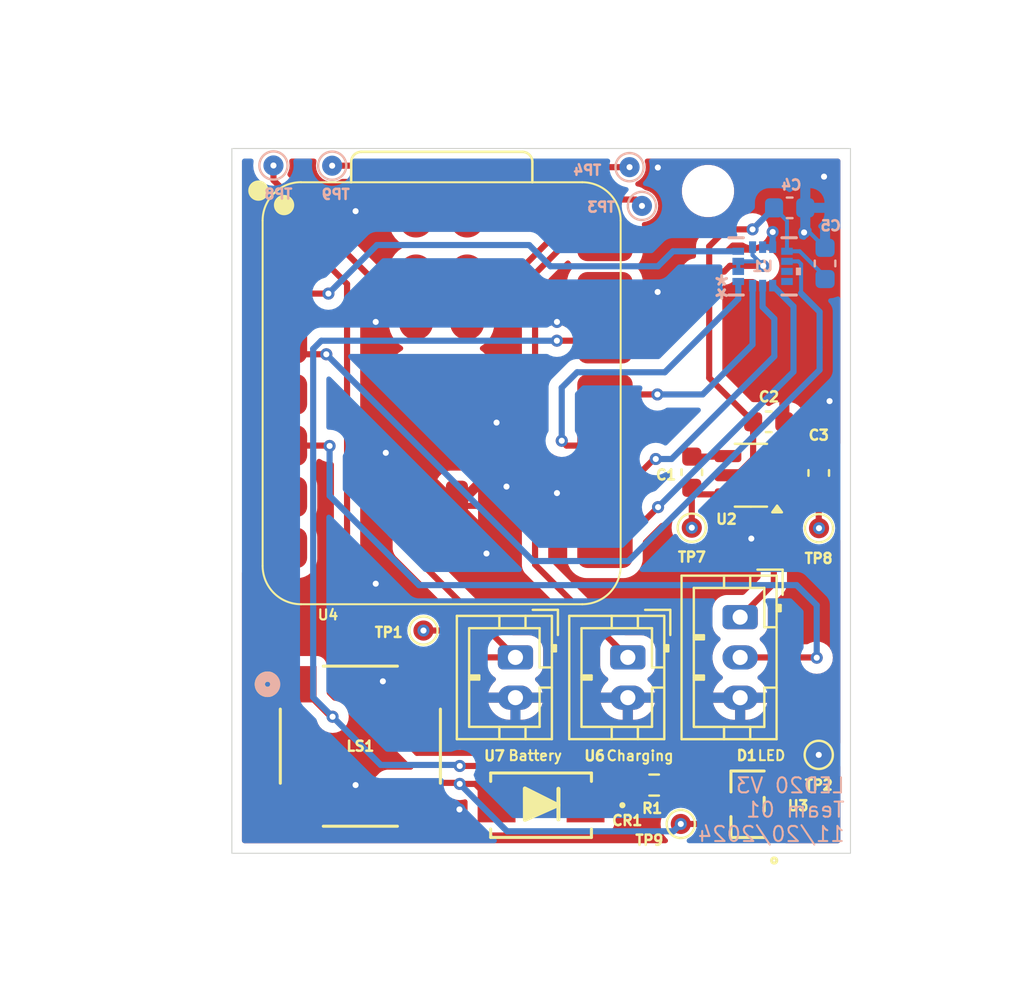
<source format=kicad_pcb>
(kicad_pcb (version 20240108) (generator "pcbnew") (generator_version "8.0")
  (title_block (title "LED20 Updated Schematic") (date "2024-11-12") (rev "2") (company "Team 01") (comment 1 "PCB Layout of LED20 "))
  (layers (0 "F.Cu" signal) (31 "B.Cu" signal) (34 "B.Paste" user) (35 "F.Paste" user) (36 "B.SilkS" user "B.Silkscreen") (37 "F.SilkS" user "F.Silkscreen") (38 "B.Mask" user) (39 "F.Mask" user) (44 "Edge.Cuts" user))
  (net 0 "")
  (net 1 "Net-(U2-C+)")
  (net 2 "Net-(U2-C-)")
  (net 3 "GND")
  (net 4 "3.3V")
  (net 5 "+5V")
  (net 6 "3.3V Data (D4)")
  (net 7 "VBATT")
  (net 8 "Net-(U1-SDA)")
  (net 9 "Net-(U1-SDO{slash}SA0)")
  (net 10 "Net-(U1-SCL)")
  (net 11 "Net-(U1-CS)")
  (net 12 "Net-(U1-INT2)")
  (net 13 "Net-(U1-INT1)")
  (net 18 "+5V IN")
  (net 20 "Net-(U4-LP_GPIO0{slash}GPIO0{slash}A0{slash}D0)")
  (net 21 "Net-(U3-COLLECTOR)")
  (net 22 "unconnected-(TP6-Pad1)")
  (net 23 "Net-(U3-BASE)")
  (net 24 "unconnected-(TP3-Pad1)")
  (net 25 "unconnected-(TP4-Pad1)")
  (net 26 "unconnected-(TP5-Pad1)")
  (net 27 "unconnected-(U4-EN-Pad19)")
  (footprint "TestPoint:TestPoint_Pad_D1.0mm" (layer "F.Cu") (at 160.6375 93.45 -90)
    (property "Reference" "TP2" (at 1.5 0 180) (layer "F.SilkS") (effects (font (size 0.5 0.5) (thickness 0.125))))
    (property "Value" "~")
    (pad "1" smd circle (at 0 0 270) (size 1 1) (layers "F.Cu" "F.Mask") (net 3 "GND"))
  )
  (footprint "Led20:ChargePump" (layer "F.Cu") (at 157.268761 79.56416 180)
    (property "Reference" "U2" (at 1.214662 -2.182825 0) (layer "F.SilkS") (effects (font (size 0.5 0.5) (thickness 0.125))))
    (property "Value" "~")
    (pad "1" smd roundrect (at -1.1375 -0.95 180) (size 1.325 0.6) (layers "F.Cu" "F.Paste" "F.Mask") (net 5 "+5V"))
    (pad "2" smd roundrect (at -1.1375 0 180) (size 1.325 0.6) (layers "F.Cu" "F.Paste" "F.Mask") (net 3 "GND"))
    (pad "3" smd roundrect (at -1.1375 0.95 180) (size 1.325 0.6) (layers "F.Cu" "F.Paste" "F.Mask") (net 4 "3.3V"))
    (pad "4" smd roundrect (at 1.1375 0.95 180) (size 1.325 0.6) (layers "F.Cu" "F.Paste" "F.Mask") (net 2 "Net-(U2-C-)"))
    (pad "5" smd roundrect (at 1.1375 0 180) (size 1.325 0.6) (layers "F.Cu" "F.Paste" "F.Mask") (net 4 "3.3V"))
    (pad "6" smd roundrect (at 1.1375 -0.95 180) (size 1.325 0.6) (layers "F.Cu" "F.Paste" "F.Mask") (net 1 "Net-(U2-C+)"))
  )
  (footprint "Connector_JST:JST_PH_B2B-PH-K_1x02_P2.00mm_Vertical" (layer "F.Cu") (at 151.155921 88.608331 -90)
    (property "Reference" "U6" (at 4.890927 1.646555 0) (layer "F.SilkS") (effects (font (size 0.5 0.5) (thickness 0.125))))
    (property "Value" "B2B-PH-K-S" (hide yes))
    (pad "1" thru_hole roundrect (at 0 0 270) (size 1.2 1.75) (drill 0.75) (layers "*.Cu" "*.Mask") (roundrect_rratio 0.208333) (net 18 "+5V IN"))
    (pad "2" thru_hole oval (at 2 0 270) (size 1.2 1.75) (drill 0.75) (layers "*.Cu" "*.Mask") (net 3 "GND"))
  )
  (footprint "Connector_JST:JST_PH_B3B-PH-K_1x03_P2.00mm_Vertical" (layer "F.Cu") (at 156.733847 86.611446 -90)
    (property "Reference" "D1" (at 6.870307 -0.328932 0) (layer "F.SilkS") (effects (font (size 0.5 0.5) (thickness 0.125))))
    (property "Value" "SK6812MINI")
    (pad "1" thru_hole roundrect (at 0 0 270) (size 1.2 1.75) (drill 0.75) (layers "*.Cu" "*.Mask") (roundrect_rratio 0.208333) (net 5 "+5V"))
    (pad "2" thru_hole oval (at 2 0 270) (size 1.2 1.75) (drill 0.75) (layers "*.Cu" "*.Mask") (net 6 "3.3V Data (D4)"))
    (pad "3" thru_hole oval (at 4 0 270) (size 1.2 1.75) (drill 0.75) (layers "*.Cu" "*.Mask") (net 3 "GND"))
  )
  (footprint "Capacitor_SMD:C_0603_1608Metric" (layer "F.Cu") (at 160.6375 79.45 -90)
    (property "Reference" "C3" (at -1.875044 0.000005 0) (layer "F.SilkS") (effects (font (size 0.5 0.5) (thickness 0.125))))
    (property "Value" "10u")
    (pad "1" smd roundrect (at -0.775 0 270) (size 0.9 0.95) (layers "F.Cu" "F.Paste" "F.Mask") (net 3 "GND"))
    (pad "2" smd roundrect (at 0.775 0 270) (size 0.9 0.95) (layers "F.Cu" "F.Paste" "F.Mask") (net 5 "+5V"))
  )
  (footprint "Footprints:SMA_403AE_OSI" (layer "F.Cu") (at 146.8473 95.95 180)
    (property "Reference" "CR1" (at -4.279575 -0.761714 0) (layer "F.SilkS") (effects (font (size 0.5 0.5) (thickness 0.125) (bold yes))))
    (property "Value" "S1B")
    (pad "1" smd rect (at -2.2098 0 180) (size 1.8796 1.7018) (layers "F.Cu" "F.Paste" "F.Mask") (net 4 "3.3V"))
    (pad "2" smd rect (at 2.2098 0 180) (size 1.8796 1.7018) (layers "F.Cu" "F.Paste" "F.Mask") (net 21 "Net-(U3-COLLECTOR)"))
    (zone (net 0) (net_name "") (layer "F.Cu") (connect_pads (clearance 0)) (min_thickness 0.254)
      (keepout (tracks not_allowed) (vias not_allowed) (pads allowed) (copperpour not_allowed) (footprints allowed))
      (fill (thermal_gap 0.508) (thermal_bridge_width 0.508))
      (polygon (pts (xy 148.0665 97.3724) (xy 145.6281 97.3724) (xy 145.6281 94.5276) (xy 148.0665 94.5276)))
    )
  )
  (footprint "Led20:XIAO-ESP32-C6-SMD" (layer "F.Cu") (at 142.1375 75.53)
    (property "Reference" "U4" (at -6.44196 11.261619 0) (layer "F.SilkS") (effects (font (size 0.5 0.5) (thickness 0.10668)) (justify left bottom)))
    (property "Value" "~")
    (pad "1" smd roundrect (at -8.2816 -7.5985) (size 2.75 2) (layers "F.Cu" "F.Paste" "F.Mask") (net 20 "Net-(U4-LP_GPIO0{slash}GPIO0{slash}A0{slash}D0)"))
    (pad "2" smd roundrect (at -8.2816 -5.0585) (size 2.75 2) (layers "F.Cu" "F.Paste" "F.Mask") (net 13 "Net-(U1-INT1)"))
    (pad "3" smd roundrect (at -8.2816 -2.5185) (size 2.75 2) (layers "F.Cu" "F.Paste" "F.Mask") (net 12 "Net-(U1-INT2)"))
    (pad "4" smd roundrect (at -8.2816 0.0215) (size 2.75 2) (layers "F.Cu" "F.Paste" "F.Mask"))
    (pad "5" smd roundrect (at -8.2816 2.5615) (size 2.75 2) (layers "F.Cu" "F.Paste" "F.Mask") (net 6 "3.3V Data (D4)"))
    (pad "6" smd roundrect (at -8.2816 5.1015) (size 2.75 2) (layers "F.Cu" "F.Paste" "F.Mask"))
    (pad "7" smd roundrect (at -8.2816 7.6415) (size 2.75 2) (layers "F.Cu" "F.Paste" "F.Mask"))
    (pad "8" smd roundrect (at 7.8834 7.6415) (size 2.75 2) (layers "F.Cu" "F.Paste" "F.Mask") (net 11 "Net-(U1-CS)"))
    (pad "9" smd roundrect (at 7.8834 5.1015) (size 2.75 2) (layers "F.Cu" "F.Paste" "F.Mask") (net 10 "Net-(U1-SCL)"))
    (pad "10" smd roundrect (at 7.8834 2.5615) (size 2.75 2) (layers "F.Cu" "F.Paste" "F.Mask") (net 9 "Net-(U1-SDO{slash}SA0)"))
    (pad "11" smd roundrect (at 7.8834 0.0215) (size 2.75 2) (layers "F.Cu" "F.Paste" "F.Mask") (net 8 "Net-(U1-SDA)"))
    (pad "12" smd roundrect (at 7.8834 -2.5185) (size 2.75 2) (layers "F.Cu" "F.Paste" "F.Mask") (net 4 "3.3V"))
    (pad "13" smd roundrect (at 7.8834 -5.0585) (size 2.75 2) (layers "F.Cu" "F.Paste" "F.Mask") (net 3 "GND"))
    (pad "14" smd roundrect (at 7.8834 -7.5985) (size 2.75 2) (layers "F.Cu" "F.Paste" "F.Mask") (net 18 "+5V IN"))
    (pad "15" smd roundrect (at -2.008 5.5532 270) (size 2.5 1.1) (layers "F.Cu" "F.Paste" "F.Mask") (net 7 "VBATT"))
    (pad "16" smd roundrect (at 0.532 5.5532 270) (size 2.5 1.1) (layers "F.Cu" "F.Paste" "F.Mask") (net 3 "GND"))
    (pad "17" smd circle (at -1.5 -8.62) (size 1.7 1.7) (layers "F.Cu" "F.Paste" "F.Mask") (net 22 "unconnected-(TP6-Pad1)"))
    (pad "18" smd circle (at 1.04 -8.62) (size 1.7 1.7) (layers "F.Cu" "F.Paste" "F.Mask") (net 25 "unconnected-(TP4-Pad1)"))
    (pad "19" smd circle (at -1.5 -6.08) (size 1.7 1.7) (layers "F.Cu" "F.Paste" "F.Mask") (net 27 "unconnected-(U4-EN-Pad19)"))
    (pad "20" smd circle (at 1.04 -6.08) (size 1.7 1.7) (layers "F.Cu" "F.Paste" "F.Mask"))
    (pad "21" smd circle (at -1.5 -3.54) (size 1.7 1.7) (layers "F.Cu" "F.Paste" "F.Mask") (net 26 "unconnected-(TP5-Pad1)"))
    (pad "22" smd circle (at 1.04 -3.54) (size 1.7 1.7) (layers "F.Cu" "F.Paste" "F.Mask") (net 24 "unconnected-(TP3-Pad1)"))
    (pad "23" smd circle (at -1.5 -1) (size 1.7 1.7) (layers "F.Cu" "F.Paste" "F.Mask"))
    (pad "24" smd circle (at 0.9474 -1.0568) (size 1.7 1.7) (layers "F.Cu" "F.Paste" "F.Mask"))
  )
  (footprint "TestPoint:TestPoint_Pad_D1.0mm" (layer "F.Cu") (at 153.786744 96.881073)
    (property "Reference" "TP9" (at -1.563081 0.805339 0) (layer "F.SilkS") (effects (font (size 0.5 0.5) (thickness 0.125) (bold yes))))
    (property "Value" "~")
    (pad "1" smd circle (at 0 0) (size 1 1) (layers "F.Cu" "F.Mask") (net 21 "Net-(U3-COLLECTOR)"))
  )
  (footprint "Capacitor_SMD:C_0603_1608Metric" (layer "F.Cu") (at 154.333037 79.414265 90)
    (property "Reference" "C1" (at -0.134148 -1.277947 180) (layer "F.SilkS") (effects (font (size 0.5 0.5) (thickness 0.125))))
    (property "Value" "1u")
    (pad "1" smd roundrect (at -0.775 0 90) (size 0.9 0.95) (layers "F.Cu" "F.Paste" "F.Mask") (net 1 "Net-(U2-C+)"))
    (pad "2" smd roundrect (at 0.775 0 90) (size 0.9 0.95) (layers "F.Cu" "F.Paste" "F.Mask") (net 2 "Net-(U2-C-)"))
  )
  (footprint "TestPoint:TestPoint_Pad_D1.0mm" (layer "F.Cu") (at 141.008275 87.276212 180)
    (property "Reference" "TP1" (at 1.722719 -0.091634 180) (layer "F.SilkS") (effects (font (size 0.5 0.5) (thickness 0.125))))
    (property "Value" "~")
    (pad "1" smd circle (at 0 0 180) (size 1 1) (layers "F.Cu" "F.Mask") (net 7 "VBATT"))
  )
  (footprint "Capacitor_SMD:C_0603_1608Metric" (layer "F.Cu") (at 158.153782 76.910052)
    (property "Reference" "C2" (at 0.009671 -1.237307 0) (layer "F.SilkS") (effects (font (size 0.5 0.5) (thickness 0.125))))
    (property "Value" "10u")
    (pad "1" smd roundrect (at -0.775 0) (size 0.9 0.95) (layers "F.Cu" "F.Paste" "F.Mask") (net 4 "3.3V"))
    (pad "2" smd roundrect (at 0.775 0) (size 0.9 0.95) (layers "F.Cu" "F.Paste" "F.Mask") (net 3 "GND"))
  )
  (footprint "TestPoint:TestPoint_Pad_D1.0mm" (layer "F.Cu") (at 154.333075 82.169007 180)
    (property "Reference" "TP7" (at -0.00489 -1.460173 0) (layer "F.SilkS") (effects (font (size 0.5 0.5) (thickness 0.125))))
    (property "Value" "~")
    (pad "1" smd circle (at 0 0 180) (size 1 1) (layers "F.Cu" "F.Mask") (net 1 "Net-(U2-C+)"))
  )
  (footprint "TestPoint:TestPoint_Pad_D1.0mm" (layer "F.Cu") (at 160.649673 82.192994 180)
    (property "Reference" "TP8" (at 0.018327 -1.502797 0) (layer "F.SilkS") (effects (font (size 0.5 0.5) (thickness 0.125))))
    (property "Value" "~")
    (pad "1" smd circle (at 0 0 180) (size 1 1) (layers "F.Cu" "F.Mask") (net 5 "+5V"))
  )
  (footprint "Led20:CMT-7525-80-SMT-TR_CUD" (layer "F.Cu") (at 137.874055 93.018829)
    (property "Reference" "LS1" (at 0 0 0) (layer "F.SilkS") (effects (font (size 0.5 0.5) (thickness 0.125) (bold yes))))
    (property "Value" "CMT-7525-80-SMT-TR" (hide yes))
    (pad "1" smd rect (at -3.075 -3.075) (size 1.8034 1.8034) (layers "F.Cu" "F.Paste" "F.Mask") (net 4 "3.3V"))
    (pad "2" smd rect (at -3.075 3.075) (size 1.8034 1.8034) (layers "F.Cu" "F.Paste" "F.Mask") (net 21 "Net-(U3-COLLECTOR)"))
    (pad "3" smd rect (at 3.075 -3.075) (size 1.8034 1.8034) (layers "F.Cu" "F.Paste" "F.Mask"))
    (pad "4" smd rect (at 3.075 3.075) (size 1.8034 1.8034) (layers "F.Cu" "F.Paste" "F.Mask"))
  )
  (footprint "Connector_JST:JST_PH_B2B-PH-K_1x02_P2.00mm_Vertical" (layer "F.Cu") (at 145.575412 88.608331 -90)
    (property "Reference" "U7" (at 4.890927 1.043304 0) (layer "F.SilkS") (effects (font (size 0.5 0.5) (thickness 0.125))))
    (property "Value" "B2B-PH-K-S" (hide yes))
    (pad "1" thru_hole roundrect (at 0 0 270) (size 1.2 1.75) (drill 0.75) (layers "*.Cu" "*.Mask") (roundrect_rratio 0.208333) (net 7 "VBATT"))
    (pad "2" thru_hole oval (at 2 0 270) (size 1.2 1.75) (drill 0.75) (layers "*.Cu" "*.Mask") (net 3 "GND"))
  )
  (footprint "Resistor_SMD:R_0603_1608Metric" (layer "F.Cu") (at 152.4625 94.95)
    (property "Reference" "R1" (at -0.097611 1.156952 0) (layer "F.SilkS") (effects (font (size 0.5 0.5) (thickness 0.125) (bold yes))))
    (property "Value" "180" (hide yes))
    (pad "1" smd roundrect (at -0.825 0) (size 0.8 0.95) (layers "F.Cu" "F.Paste" "F.Mask") (net 20 "Net-(U4-LP_GPIO0{slash}GPIO0{slash}A0{slash}D0)"))
    (pad "2" smd roundrect (at 0.825 0) (size 0.8 0.95) (layers "F.Cu" "F.Paste" "F.Mask") (net 23 "Net-(U3-BASE)"))
  )
  (footprint "Footprints:SOT-23_ONS" (layer "F.Cu") (at 157.1027 95.9025 90)
    (property "Reference" "U3" (at -0.073717 2.507058 0) (layer "F.SilkS") (effects (font (size 0.5 0.5) (thickness 0.125) (bold yes))))
    (property "Value" "MMBT4401LT1G" (hide yes))
    (pad "1" smd rect (at -0.9525 0.9652 90) (size 0.5588 1.4224) (layers "F.Cu" "F.Paste" "F.Mask") (net 23 "Net-(U3-BASE)"))
    (pad "2" smd rect (at 0.9525 0.9652 90) (size 0.5588 1.4224) (layers "F.Cu" "F.Paste" "F.Mask") (net 3 "GND"))
    (pad "3" smd rect (at 0 -0.9652 90) (size 0.5588 1.4224) (layers "F.Cu" "F.Paste" "F.Mask") (net 21 "Net-(U3-COLLECTOR)"))
  )
  (footprint "MountingHole:MountingHole_2.1mm" (layer "B.Cu") (at 155.1375 65.45 180)
    (property "Reference" "REF**" (hide yes))
    (property "Value" "MountingHole_2.1mm")
    (pad "" np_thru_hole circle (at 0 0 180) (size 2.1 2.1) (drill 2.1) (layers "*.Cu" "*.Mask"))
  )
  (footprint "TestPoint:TestPoint_Pad_D1.0mm" (layer "B.Cu") (at 133.558215 64.181695)
    (property "Reference" "TP5" (hide yes))
    (property "Value" "~")
    (pad "1" smd circle (at 0 0) (size 1 1) (layers "B.Cu" "B.Mask") (net 26 "unconnected-(TP5-Pad1)"))
  )
  (footprint "TestPoint:TestPoint_Pad_D1.0mm" (layer "B.Cu") (at 136.473277 64.192789)
    (property "Reference" "TP6" (hide yes))
    (property "Value" "~")
    (pad "1" smd circle (at 0 0) (size 1 1) (layers "B.Cu" "B.Mask") (net 22 "unconnected-(TP6-Pad1)"))
  )
  (footprint "Capacitor_SMD:C_0603_1608Metric" (layer "B.Cu") (at 160.950275 69.046751 -90)
    (property "Reference" "C5" (at -1.868965 -0.27908 0) (layer "B.SilkS") (effects (font (size 0.5 0.5) (thickness 0.125)) (justify mirror)))
    (property "Value" "100n")
    (pad "1" smd roundrect (at -0.775 0 270) (size 0.9 0.95) (layers "B.Cu" "B.Paste" "B.Mask") (net 3 "GND"))
    (pad "2" smd roundrect (at 0.775 0 270) (size 0.9 0.95) (layers "B.Cu" "B.Paste" "B.Mask") (net 4 "3.3V"))
  )
  (footprint "Led20:LGA-14L_2P5X3X0P83_STM-L" (layer "B.Cu") (at 157.849653 69.192352)
    (property "Reference" "U1" (at 0 0 0) (layer "B.SilkS") (effects (font (size 0.5 0.5) (thickness 0.125) (bold yes)) (justify mirror)))
    (property "Value" "~")
    (fp_text user "*" (at -2.032 1 0) (layer "B.SilkS") (effects (justify mirror)))
    (fp_text user "*" (at -2.032 1.0437 180) (layer "B.SilkS") (effects (justify mirror)))
    (pad "1" smd rect (at -1.2103 0.750001 270) (size 0.351536 0.57658) (layers "B.Cu" "B.Paste" "B.Mask") (net 9 "Net-(U1-SDO{slash}SA0)"))
    (pad "2" smd rect (at -1.2103 0.25 270) (size 0.351536 0.57658) (layers "B.Cu" "B.Paste" "B.Mask") (net 4 "3.3V"))
    (pad "3" smd rect (at -1.2103 -0.25 270) (size 0.351536 0.57658) (layers "B.Cu" "B.Paste" "B.Mask") (net 4 "3.3V"))
    (pad "4" smd rect (at -1.2103 -0.750001 270) (size 0.351536 0.57658) (layers "B.Cu" "B.Paste" "B.Mask") (net 13 "Net-(U1-INT1)"))
    (pad "5" smd rect (at -0.499999 -0.9563) (size 0.351536 0.57658) (layers "B.Cu" "B.Paste" "B.Mask") (net 4 "3.3V"))
    (pad "6" smd rect (at 0 -0.9563) (size 0.351536 0.57658) (layers "B.Cu" "B.Paste" "B.Mask") (net 3 "GND"))
    (pad "7" smd rect (at 0.499999 -0.9563) (size 0.351536 0.57658) (layers "B.Cu" "B.Paste" "B.Mask") (net 3 "GND"))
    (pad "8" smd rect (at 1.2103 -0.750001 270) (size 0.351536 0.57658) (layers "B.Cu" "B.Paste" "B.Mask") (net 4 "3.3V"))
    (pad "9" smd rect (at 1.2103 -0.25 270) (size 0.351536 0.57658) (layers "B.Cu" "B.Paste" "B.Mask") (net 12 "Net-(U1-INT2)"))
    (pad "10" smd rect (at 1.2103 0.25 270) (size 0.351536 0.57658) (layers "B.Cu" "B.Paste" "B.Mask"))
    (pad "11" smd rect (at 1.2103 0.750001 270) (size 0.351536 0.57658) (layers "B.Cu" "B.Paste" "B.Mask"))
    (pad "12" smd rect (at 0.499999 0.9563) (size 0.351536 0.57658) (layers "B.Cu" "B.Paste" "B.Mask") (net 11 "Net-(U1-CS)"))
    (pad "13" smd rect (at 0 0.9563) (size 0.351536 0.57658) (layers "B.Cu" "B.Paste" "B.Mask") (net 10 "Net-(U1-SCL)"))
    (pad "14" smd rect (at -0.499999 0.9563) (size 0.351536 0.57658) (layers "B.Cu" "B.Paste" "B.Mask") (net 8 "Net-(U1-SDA)"))
  )
  (footprint "TestPoint:TestPoint_Pad_D1.0mm" (layer "B.Cu") (at 151.857879 66.189222 180)
    (property "Reference" "TP3" (at 2.022305 -0.060879 0) (layer "B.SilkS") (effects (font (size 0.5 0.5) (thickness 0.125)) (justify mirror)))
    (property "Value" "~")
    (pad "1" smd circle (at 0 0 180) (size 1 1) (layers "B.Cu" "B.Mask") (net 24 "unconnected-(TP3-Pad1)"))
  )
  (footprint "TestPoint:TestPoint_Pad_D1.0mm" (layer "B.Cu") (at 151.241689 64.264802 180)
    (property "Reference" "TP4" (at 2.100344 -0.153276 0) (layer "B.SilkS") (effects (font (size 0.5 0.5) (thickness 0.125)) (justify mirror)))
    (property "Value" "~")
    (pad "1" smd circle (at 0 0 180) (size 1 1) (layers "B.Cu" "B.Mask") (net 25 "unconnected-(TP4-Pad1)"))
  )
  (footprint "Capacitor_SMD:C_0603_1608Metric" (layer "B.Cu") (at 159.19293 66.285353 180)
    (property "Reference" "C4" (at -0.082591 1.13467 0) (layer "B.SilkS") (effects (font (size 0.5 0.5) (thickness 0.125) (bold yes)) (justify mirror)))
    (property "Value" "100n")
    (pad "1" smd roundrect (at -0.775 0 180) (size 0.9 0.95) (layers "B.Cu" "B.Paste" "B.Mask") (net 3 "GND"))
    (pad "2" smd roundrect (at 0.775 0 180) (size 0.9 0.95) (layers "B.Cu" "B.Paste" "B.Mask") (net 4 "3.3V"))
  )
  (gr_poly (pts (xy 146.046446 96.679452) (xy 146.043205 95.118912) (xy 147.690511 95.945468) (xy 146.046393 96.677525)) (stroke (width 0.2)) (fill solid) (layer "F.SilkS"))
  (gr_line (start 147.71007 96.652585) (end 147.71007 95.135484) (stroke (width 0.2)) (layer "F.SilkS"))
  (gr_rect (start 131.492415 63.338382) (end 162.212322 98.338382) (stroke (width 0.05)) (fill none) (layer "Edge.Cuts"))
  (gr_text "TP8" (at 134.562485 65.894654 0) (layer "B.SilkS") (effects (font (size 0.5 0.5) (thickness 0.125) (bold yes)) (justify left bottom mirror)))
  (gr_text "TP9" (at 137.411827 65.910936 0) (layer "B.SilkS") (effects (font (size 0.5 0.5) (thickness 0.125) (bold yes)) (justify left bottom mirror)))
  (gr_text "LED20 V3\nTeam 01\n11/20/2024" (at 161.985531 97.825183 0) (layer "B.SilkS") (effects (font (size 0.75 0.75) (thickness 0.1)) (justify left bottom mirror)))
  (gr_text "LED\n" (at 157.544167 93.779338 0) (layer "F.SilkS") (effects (font (size 0.5 0.5) (thickness 0.1)) (justify left bottom)))
  (gr_text "Battery\n" (at 145.168123 93.779338 0) (layer "F.SilkS") (effects (font (size 0.5 0.5) (thickness 0.1)) (justify left bottom)))
  (gr_text "Charging\n" (at 150.043269 93.78809 0) (layer "F.SilkS") (effects (font (size 0.5 0.5) (thickness 0.1)) (justify left bottom)))
  (segment (start 154.348199 80.204427) (end 154.333037 80.189265) (width 0.3048) (layer "F.Cu") (net 1))
  (segment (start 154.333037 82.168969) (end 154.333075 82.169007) (width 0.3048) (layer "F.Cu") (net 1))
  (segment (start 154.333037 80.189265) (end 154.657932 80.51416) (width 0.3048) (layer "F.Cu") (net 1))
  (segment (start 154.333037 80.189265) (end 154.333037 82.168969) (width 0.3048) (layer "F.Cu") (net 1))
  (segment (start 154.657932 80.51416) (end 156.131261 80.51416) (width 0.3048) (layer "F.Cu") (net 1))
  (via (at 154.333075 82.169007) (size 0.6) (drill 0.3) (layers "F.Cu" "B.Cu") (net 1))
  (segment (start 154.571604 78.626906) (end 154.559245 78.639265) (width 0.3048) (layer "F.Cu") (net 2))
  (segment (start 154.333037 78.639265) (end 154.559245 78.639265) (width 0.3048) (layer "F.Cu") (net 2))
  (segment (start 154.333037 78.639265) (end 156.106156 78.639265) (width 0.3048) (layer "F.Cu") (net 2))
  (segment (start 154.335742 78.63656) (end 154.333037 78.639265) (width 0.3048) (layer "F.Cu") (net 2))
  (segment (start 156.106156 78.639265) (end 156.131261 78.61416) (width 0.3048) (layer "F.Cu") (net 2))
  (segment (start 152.635265 70.4715) (end 152.643559 70.463206) (width 0.3048) (layer "F.Cu") (net 3))
  (segment (start 159.62831 94.45919) (end 160.6375 93.45) (width 0.3048) (layer "F.Cu") (net 3))
  (segment (start 144.175543 81.0832) (end 142.6695 81.0832) (width 0.3048) (layer "F.Cu") (net 3))
  (segment (start 160.6375 78.675) (end 160.6375 76.41962) (width 0.3048) (layer "F.Cu") (net 3))
  (segment (start 158.0679 94.95) (end 159.1375 94.95) (width 0.3048) (layer "F.Cu") (net 3))
  (segment (start 158.349652 67.484429) (end 159.886999 67.484429) (width 0.3048) (layer "F.Cu") (net 3))
  (segment (start 157.743762 79.56416) (end 157.288203 80.019719) (width 0.3048) (layer "F.Cu") (net 3))
  (segment (start 159.886999 67.484429) (end 159.908708 67.506138) (width 0.3048) (layer "F.Cu") (net 3))
  (segment (start 157.288203 80.019719) (end 157.288203 82.70976) (width 0.3048) (layer "F.Cu") (net 3))
  (segment (start 160.6375 76.41962) (end 161.174315 75.882805) (width 0.3048) (layer "F.Cu") (net 3))
  (segment (start 159.1375 94.95) (end 159.62831 94.45919) (width 0.3048) (layer "F.Cu") (net 3))
  (segment (start 158.406261 79.56416) (end 157.743762 79.56416) (width 0.3048) (layer "F.Cu") (net 3))
  (segment (start 145.130972 80.127771) (end 144.175543 81.0832) (width 0.3048) (layer "F.Cu") (net 3))
  (segment (start 150.0209 70.4715) (end 152.635265 70.4715) (width 0.3048) (layer "F.Cu") (net 3))
  (via (at 161.174315 75.882805) (size 0.6) (drill 0.3) (layers "F.Cu" "B.Cu") (net 3))
  (via (at 160.899645 64.735493) (size 0.6) (drill 0.3) (layers "F.Cu" "B.Cu") (net 3))
  (via (at 160.6375 93.45) (size 0.6) (drill 0.3) (layers "F.Cu" "B.Cu") (net 3))
  (via (at 152.647063 64.284093) (size 0.6) (drill 0.3) (layers "F.Cu" "B.Cu") (net 3))
  (via (at 147.6375 80.45) (size 0.6) (drill 0.3) (layers "F.Cu" "B.Cu") (net 3))
  (via (at 137.6375 66.45) (size 0.6) (drill 0.3) (layers "F.Cu" "B.Cu") (net 3))
  (via (at 152.6375 70.463206) (size 0.6) (drill 0.3) (layers "F.Cu" "B.Cu") (net 3))
  (via (at 158.349652 67.484429) (size 0.6) (drill 0.3) (layers "F.Cu" "B.Cu") (net 3))
  (via (at 138.991771 89.796948) (size 0.6) (drill 0.3) (layers "F.Cu" "B.Cu") (net 3))
  (via (at 147.6375 71.95) (size 0.6) (drill 0.3) (layers "F.Cu" "B.Cu") (net 3))
  (via (at 157.288203 82.70976) (size 0.6) (drill 0.3) (layers "F.Cu" "B.Cu") (net 3))
  (via (at 159.908708 67.506138) (size 0.6) (drill 0.3) (layers "F.Cu" "B.Cu") (net 3))
  (via (at 139.1375 78.45) (size 0.6) (drill 0.3) (layers "F.Cu" "B.Cu") (net 3))
  (via (at 144.1375 83.45) (size 0.6) (drill 0.3) (layers "F.Cu" "B.Cu") (net 3))
  (via (at 142.794572 96.159296) (size 0.6) (drill 0.3) (layers "F.Cu" "B.Cu") (net 3))
  (via (at 137.6375 94.95) (size 0.6) (drill 0.3) (layers "F.Cu" "B.Cu") (net 3))
  (via (at 144.6375 76.95) (size 0.6) (drill 0.3) (layers "F.Cu" "B.Cu") (net 3))
  (via (at 145.130972 80.127771) (size 0.6) (drill 0.3) (layers "F.Cu" "B.Cu") (net 3))
  (via (at 138.6375 71.95) (size 0.6) (drill 0.3) (layers "F.Cu" "B.Cu") (net 3))
  (via (at 138.6375 84.95) (size 0.6) (drill 0.3) (layers "F.Cu" "B.Cu") (net 3))
  (segment (start 160.184662 67.506138) (end 160.950275 68.271751) (width 0.2) (layer "B.Cu") (net 3))
  (segment (start 157.849653 68.236052) (end 158.349652 68.236052) (width 0.3048) (layer "B.Cu") (net 3))
  (segment (start 159.908708 67.506138) (end 159.908708 66.344575) (width 0.2) (layer "B.Cu") (net 3))
  (segment (start 158.349652 67.484429) (end 158.349652 68.236052) (width 0.3048) (layer "B.Cu") (net 3))
  (segment (start 159.908708 67.506138) (end 160.184662 67.506138) (width 0.2) (layer "B.Cu") (net 3))
  (segment (start 159.908708 66.344575) (end 159.96793 66.285353) (width 0.2) (layer "B.Cu") (net 3))
  (segment (start 149.892726 72.883326) (end 150.0209 73.0115) (width 0.3048) (layer "F.Cu") (net 4))
  (segment (start 155.196799 68.196288) (end 155.196799 74.728069) (width 0.3048) (layer "F.Cu") (net 4))
  (segment (start 155.940326 69.45) (end 156.223978 69.166348) (width 0.3048) (layer "F.Cu") (net 4))
  (segment (start 156.558419 79.56416) (end 156.131261 79.56416) (width 0.3048) (layer "F.Cu") (net 4))
  (segment (start 147.632858 72.883326) (end 149.892726 72.883326) (width 0.3048) (layer "F.Cu") (net 4))
  (segment (start 149.1375 95.383074) (end 149.1375 95.457178) (width 0.3048) (layer "F.Cu") (net 4))
  (segment (start 152.636581 73.0115) (end 154.134504 71.513577) (width 0.3048) (layer "F.Cu") (net 4))
  (segment (start 156.223978 69.166348) (end 157.880031 69.166348) (width 0.3048) (layer "F.Cu") (net 4))
  (segment (start 147.756224 94.001798) (end 149.0571 95.302674) (width 0.3048) (layer "F.Cu") (net 4))
  (segment (start 154.134504 69.837477) (end 154.521981 69.45) (width 0.3048) (layer "F.Cu") (net 4))
  (segment (start 142.809323 94.001798) (end 147.756224 94.001798) (width 0.3048) (layer "F.Cu") (net 4))
  (segment (start 149.0571 95.302674) (end 149.0571 95.95) (width 0.3048) (layer "F.Cu") (net 4))
  (segment (start 157.349654 67.353629) (end 156.039458 67.353629) (width 0.3048) (layer "F.Cu") (net 4))
  (segment (start 155.196799 74.728069) (end 157.378782 76.910052) (width 0.3048) (layer "F.Cu") (net 4))
  (segment (start 157.508419 78.61416) (end 157.378782 78.743797) (width 0.2) (layer "F.Cu") (net 4))
  (segment (start 136.493951 91.556451) (end 136.411677 91.556451) (width 0.3048) (layer "F.Cu") (net 4))
  (segment (start 150.0209 73.0115) (end 152.636581 73.0115) (width 0.3048) (layer "F.Cu") (net 4))
  (segment (start 158.406261 78.61416) (end 157.508419 78.61416) (width 0.2) (layer "F.Cu") (net 4))
  (segment (start 156.039458 67.353629) (end 155.196799 68.196288) (width 0.3048) (layer "F.Cu") (net 4))
  (segment (start 157.378782 76.910052) (end 157.378782 78.743797) (width 0.3048) (layer "F.Cu") (net 4))
  (segment (start 136.411677 91.556451) (end 134.799055 89.943829) (width 0.3048) (layer "F.Cu") (net 4))
  (segment (start 154.134504 71.513577) (end 154.134504 69.837477) (width 0.3048) (layer "F.Cu") (net 4))
  (segment (start 154.521981 69.45) (end 155.940326 69.45) (width 0.3048) (layer "F.Cu") (net 4))
  (segment (start 157.378782 78.743797) (end 156.558419 79.56416) (width 0.3048) (layer "F.Cu") (net 4))
  (via (at 136.493951 91.556451) (size 0.6) (drill 0.3) (layers "F.Cu" "B.Cu") (net 4))
  (via (at 147.632858 72.883326) (size 0.6) (drill 0.3) (layers "F.Cu" "B.Cu") (net 4))
  (via (at 142.809323 94.001798) (size 0.6) (drill 0.3) (layers "F.Cu" "B.Cu") (net 4))
  (via (at 157.349654 67.353629) (size 0.6) (drill 0.3) (layers "F.Cu" "B.Cu") (net 4))
  (via (at 157.880031 69.166348) (size 0.6) (drill 0.3) (layers "F.Cu" "B.Cu") (net 4))
  (segment (start 142.809323 94.001798) (end 142.757525 93.95) (width 0.3048) (layer "B.Cu") (net 4))
  (segment (start 138.8875 93.95) (end 136.493951 91.556451) (width 0.3048) (layer "B.Cu") (net 4))
  (segment (start 160.950275 69.821751) (end 160.995277 69.866753) (width 0.2) (layer "B.Cu") (net 4))
  (segment (start 135.530721 90.593221) (end 135.530721 73.286888) (width 0.3048) (layer "B.Cu") (net 4))
  (segment (start 160.950275 69.70293) (end 160.950275 69.821751) (width 0.2) (layer "B.Cu") (net 4))
  (segment (start 136.493951 91.556451) (end 135.530721 90.593221) (width 0.3048) (layer "B.Cu") (net 4))
  (segment (start 159.059953 68.442351) (end 159.689696 68.442351) (width 0.2) (layer "B.Cu") (net 4))
  (segment (start 147.631049 72.885135) (end 147.632858 72.883326) (width 0.3048) (layer "B.Cu") (net 4))
  (segment (start 156.639353 68.942352) (end 157.656035 68.942352) (width 0.2032) (layer "B.Cu") (net 4))
  (segment (start 157.349654 68.635971) (end 157.349654 68.236052) (width 0.2032) (layer "B.Cu") (net 4))
  (segment (start 159.059953 66.927376) (end 158.41793 66.285353) (width 0.2) (layer "B.Cu") (net 4))
  (segment (start 157.349654 67.353629) (end 158.41793 66.285353) (width 0.3048) (layer "B.Cu") (net 4))
  (segment (start 157.656035 68.942352) (end 157.880031 69.166348) (width 0.2032) (layer "B.Cu") (net 4))
  (segment (start 135.530721 73.286888) (end 135.932474 72.885135) (width 0.3048) (layer "B.Cu") (net 4))
  (segment (start 159.689696 68.442351) (end 160.950275 69.70293) (width 0.2) (layer "B.Cu") (net 4))
  (segment (start 156.639353 68.942352) (end 156.639353 69.442352) (width 0.2032) (layer "B.Cu") (net 4))
  (segment (start 135.932474 72.885135) (end 147.631049 72.885135) (width 0.3048) (layer "B.Cu") (net 4))
  (segment (start 159.059953 68.442351) (end 159.059953 66.927376) (width 0.2) (layer "B.Cu") (net 4))
  (segment (start 157.880031 69.166348) (end 157.349654 68.635971) (width 0.2032) (layer "B.Cu") (net 4))
  (segment (start 142.757525 93.95) (end 138.8875 93.95) (width 0.3048) (layer "B.Cu") (net 4))
  (segment (start 158.406261 80.51416) (end 158.406261 84.939032) (width 0.3048) (layer "F.Cu") (net 5))
  (segment (start 160.354244 80.179654) (end 160.445218 80.08868) (width 0.3048) (layer "F.Cu") (net 5))
  (segment (start 160.6375 80.225) (end 160.6375 82.180821) (width 0.3048) (layer "F.Cu") (net 5))
  (segment (start 158.406261 84.939032) (end 156.733847 86.611446) (width 0.3048) (layer "F.Cu") (net 5))
  (segment (start 160.6375 82.180821) (end 160.649673 82.192994) (width 0.3048) (layer "F.Cu") (net 5))
  (segment (start 158.490107 80.598006) (end 158.406261 80.51416) (width 0.3048) (layer "F.Cu") (net 5))
  (segment (start 159.06876 80.51416) (end 158.406261 80.51416) (width 0.3048) (layer "F.Cu") (net 5))
  (segment (start 160.34834 80.51416) (end 160.6375 80.225) (width 0.3048) (layer "F.Cu") (net 5))
  (segment (start 158.406261 80.51416) (end 160.34834 80.51416) (width 0.3048) (layer "F.Cu") (net 5))
  (via (at 160.649673 82.192994) (size 0.6) (drill 0.3) (layers "F.Cu" "B.Cu") (net 5))
  (segment (start 156.733847 88.611446) (end 160.522911 88.611446) (width 0.3048) (layer "F.Cu") (net 6))
  (segment (start 136.329155 78.0915) (end 133.8559 78.0915) (width 0.3048) (layer "F.Cu") (net 6))
  (segment (start 160.522911 88.611446) (end 160.536654 88.625189) (width 0.3048) (layer "F.Cu") (net 6))
  (segment (start 136.346242 78.108587) (end 136.329155 78.0915) (width 0.2) (layer "F.Cu") (net 6))
  (via (at 136.346242 78.108587) (size 0.6) (drill 0.3) (layers "F.Cu" "B.Cu") (net 6))
  (via (at 160.536654 88.625189) (size 0.6) (drill 0.3) (layers "F.Cu" "B.Cu") (net 6))
  (segment (start 160.536654 86.019264) (end 160.536654 88.625189) (width 0.3048) (layer "B.Cu") (net 6))
  (segment (start 159.53891 85.02152) (end 160.536654 86.019264) (width 0.3048) (layer "B.Cu") (net 6))
  (segment (start 140.78592 85.02152) (end 159.53891 85.02152) (width 0.3048) (layer "B.Cu") (net 6))
  (segment (start 136.346242 78.108587) (end 136.346242 80.581842) (width 0.3048) (layer "B.Cu") (net 6))
  (segment (start 136.346242 80.581842) (end 140.78592 85.02152) (width 0.3048) (layer "B.Cu") (net 6))
  (segment (start 140.1295 81.0832) (end 140.1295 83.162419) (width 0.3048) (layer "F.Cu") (net 7))
  (segment (start 141.008275 87.276212) (end 141.961268 87.276212) (width 0.3048) (layer "F.Cu") (net 7))
  (segment (start 140.1295 83.162419) (end 145.575412 88.608331) (width 0.3048) (layer "F.Cu") (net 7))
  (segment (start 141.961268 87.276212) (end 143.293387 88.608331) (width 0.3048) (layer "F.Cu") (net 7))
  (segment (start 143.293387 88.608331) (end 145.575412 88.608331) (width 0.3048) (layer "F.Cu") (net 7))
  (via (at 141.008275 87.276212) (size 0.6) (drill 0.3) (layers "F.Cu" "B.Cu") (net 7))
  (segment (start 152.62477 75.5515) (end 150.0209 75.5515) (width 0.3048) (layer "F.Cu") (net 8))
  (via (at 152.62477 75.5515) (size 0.6) (drill 0.3) (layers "F.Cu" "B.Cu") (net 8))
  (segment (start 154.871476 75.5515) (end 156.608313 73.814663) (width 0.3048) (layer "B.Cu") (net 8))
  (segment (start 157.349654 73.073322) (end 157.349654 70.148652) (width 0.3048) (layer "B.Cu") (net 8))
  (segment (start 156.608313 73.814663) (end 157.349654 73.073322) (width 0.3048) (layer "B.Cu") (net 8))
  (segment (start 152.62477 75.5515) (end 154.871476 75.5515) (width 0.3048) (layer "B.Cu") (net 8))
  (segment (start 148.113817 78.0915) (end 150.0209 78.0915) (width 0.3048) (layer "F.Cu") (net 9))
  (segment (start 147.874161 77.851844) (end 148.113817 78.0915) (width 0.3048) (layer "F.Cu") (net 9))
  (via (at 147.874161 77.851844) (size 0.6) (drill 0.3) (layers "F.Cu" "B.Cu") (net 9))
  (segment (start 152.993064 74.45) (end 155.484764 71.9583) (width 0.3048) (layer "B.Cu") (net 9))
  (segment (start 148.6375 74.45) (end 152.993064 74.45) (width 0.3048) (layer "B.Cu") (net 9))
  (segment (start 156.639353 69.942353) (end 156.639353 70.803711) (width 0.3048) (layer "B.Cu") (net 9))
  (segment (start 147.874161 75.213339) (end 148.6375 74.45) (width 0.3048) (layer "B.Cu") (net 9))
  (segment (start 147.874161 77.851844) (end 147.874161 75.213339) (width 0.3048) (layer "B.Cu") (net 9))
  (segment (start 156.639353 70.803711) (end 155.484764 71.9583) (width 0.3048) (layer "B.Cu") (net 9))
  (segment (start 152.517365 78.696461) (end 150.582326 80.6315) (width 0.3048) (layer "F.Cu") (net 10))
  (segment (start 152.543623 78.757729) (end 152.543623 78.722719) (width 0.3048) (layer "F.Cu") (net 10))
  (segment (start 152.543623 78.722719) (end 152.517365 78.696461) (width 0.3048) (layer "F.Cu") (net 10))
  (segment (start 150.582326 80.6315) (end 150.0209 80.6315) (width 0.3048) (layer "F.Cu") (net 10))
  (via (at 152.543623 78.757729) (size 0.6) (drill 0.3) (layers "F.Cu" "B.Cu") (net 10))
  (segment (start 158.430138 71.791608) (end 157.849653 71.211123) (width 0.3048) (layer "B.Cu") (net 10))
  (segment (start 153.329771 78.757729) (end 158.430138 73.657362) (width 0.3048) (layer "B.Cu") (net 10))
  (segment (start 157.849653 71.211123) (end 157.849653 70.148652) (width 0.3048) (layer "B.Cu") (net 10))
  (segment (start 158.430138 73.657362) (end 158.430138 71.791608) (width 0.3048) (layer "B.Cu") (net 10))
  (segment (start 152.543623 78.757729) (end 153.329771 78.757729) (width 0.3048) (layer "B.Cu") (net 10))
  (segment (start 150.633932 83.1715) (end 150.0209 83.1715) (width 0.3048) (layer "F.Cu") (net 11))
  (segment (start 152.657837 81.147595) (end 150.633932 83.1715) (width 0.3048) (layer "F.Cu") (net 11))
  (via (at 152.657837 81.147595) (size 0.6) (drill 0.3) (layers "F.Cu" "B.Cu") (net 11))
  (segment (start 159.383131 74.4223) (end 159.383131 71.182131) (width 0.3048) (layer "B.Cu") (net 11))
  (segment (start 159.140756 74.664675) (end 159.383131 74.4223) (width 0.3048) (layer "B.Cu") (net 11))
  (segment (start 152.657837 81.147595) (end 152.657837 81.147594) (width 0.3048) (layer "B.Cu") (net 11))
  (segment (start 152.657837 81.147594) (end 159.140756 74.664675) (width 0.3048) (layer "B.Cu") (net 11))
  (segment (start 159.383131 71.182131) (end 158.349652 70.148652) (width 0.3048) (layer "B.Cu") (net 11))
  (segment (start 134.401521 73.557121) (end 133.8559 73.0115) (width 0.3048) (layer "F.Cu") (net 12))
  (segment (start 136.183121 73.557121) (end 134.401521 73.557121) (width 0.3048) (layer "F.Cu") (net 12))
  (via (at 136.183121 73.557121) (size 0.6) (drill 0.3) (layers "F.Cu" "B.Cu") (net 12))
  (segment (start 159.759934 70.529728) (end 160.680206 71.45) (width 0.3048) (layer "B.Cu") (net 12))
  (segment (start 136.183121 73.557121) (end 146.4499 83.8239) (width 0.3048) (layer "B.Cu") (net 12))
  (segment (start 159.059953 68.942352) (end 159.624011 68.942352) (width 0.2) (layer "B.Cu") (net 12))
  (segment (start 160.680206 74.330701) (end 160.680206 73.216858) (width 0.3048) (layer "B.Cu") (net 12))
  (segment (start 159.624011 68.942352) (end 159.759934 69.078275) (width 0.2) (layer "B.Cu") (net 12))
  (segment (start 151.187007 83.8239) (end 160.680206 74.330701) (width 0.3048) (layer "B.Cu") (net 12))
  (segment (start 146.4499 83.8239) (end 151.187007 83.8239) (width 0.3048) (layer "B.Cu") (net 12))
  (segment (start 159.759934 69.078275) (end 159.759934 70.529728) (width 0.2) (layer "B.Cu") (net 12))
  (segment (start 160.680206 71.45) (end 160.680206 73.216858) (width 0.3048) (layer "B.Cu") (net 12))
  (segment (start 133.928633 70.544233) (end 133.8559 70.4715) (width 0.3048) (layer "F.Cu") (net 13))
  (segment (start 136.287163 70.544233) (end 133.928633 70.544233) (width 0.3048) (layer "F.Cu") (net 13))
  (via (at 136.287163 70.544233) (size 0.6) (drill 0.3) (layers "F.Cu" "B.Cu") (net 13))
  (segment (start 156.639353 68.442351) (end 153.397391 68.442351) (width 0.3048) (layer "B.Cu") (net 13))
  (segment (start 146.25803 68.132694) (end 147.312452 69.187116) (width 0.3048) (layer "B.Cu") (net 13))
  (segment (start 152.652626 69.187116) (end 153.397391 68.442351) (width 0.3048) (layer "B.Cu") (net 13))
  (segment (start 138.698702 68.132694) (end 146.25803 68.132694) (width 0.3048) (layer "B.Cu") (net 13))
  (segment (start 147.312452 69.187116) (end 152.652626 69.187116) (width 0.3048) (layer "B.Cu") (net 13))
  (segment (start 136.287163 70.544233) (end 138.698702 68.132694) (width 0.3048) (layer "B.Cu") (net 13))
  (segment (start 150.0209 67.9315) (end 148.17237 67.9315) (width 0.3048) (layer "F.Cu") (net 18))
  (segment (start 148.17237 67.9315) (end 146.549747 69.554123) (width 0.3048) (layer "F.Cu") (net 18))
  (segment (start 146.549747 84.002157) (end 151.155921 88.608331) (width 0.3048) (layer "F.Cu") (net 18))
  (segment (start 146.549747 69.554123) (end 146.549747 84.002157) (width 0.3048) (layer "F.Cu") (net 18))
  (segment (start 137.21361 70.068417) (end 135.076693 67.9315) (width 0.3048) (layer "F.Cu") (net 20))
  (segment (start 134.095023 67.9315) (end 134.283493 68.11997) (width 0.3048) (layer "F.Cu") (net 20))
  (segment (start 135.076693 67.9315) (end 133.8559 67.9315) (width 0.3048) (layer "F.Cu") (net 20))
  (segment (start 133.8559 67.9315) (end 134.095023 67.9315) (width 0.3048) (layer "F.Cu") (net 20))
  (segment (start 140.688369 93.349398) (end 137.21361 89.874639) (width 0.3048) (layer "F.Cu") (net 20))
  (segment (start 150.036898 93.349398) (end 140.688369 93.349398) (width 0.3048) (layer "F.Cu") (net 20))
  (segment (start 151.6375 94.95) (end 150.036898 93.349398) (width 0.3048) (layer "F.Cu") (net 20))
  (segment (start 137.21361 89.874639) (end 137.21361 70.068417) (width 0.3048) (layer "F.Cu") (net 20))
  (segment (start 154.821539 96.881073) (end 155.034817 96.667795) (width 0.3048) (layer "F.Cu") (net 21))
  (segment (start 153.786744 96.881073) (end 154.821539 96.881073) (width 0.3048) (layer "F.Cu") (net 21))
  (segment (start 139.260767 94.839729) (end 138.006667 96.093829) (width 0.3048) (layer "F.Cu") (net 21))
  (segment (start 143.579629 94.892129) (end 144.6375 95.95) (width 0.3048) (layer "F.Cu") (net 21))
  (segment (start 155.034817 96.667795) (end 155.372205 96.667795) (width 0.3048) (layer "F.Cu") (net 21))
  (segment (start 134.781329 96.093829) (end 134.6375 95.95) (width 0.3048) (layer "F.Cu") (net 21))
  (segment (start 138.006667 96.093829) (end 134.799055 96.093829) (width 0.3048) (layer "F.Cu") (net 21))
  (segment (start 155.372205 96.667795) (end 156.1375 95.9025) (width 0.3048) (layer "F.Cu") (net 21))
  (segment (start 142.755219 94.839729) (end 139.260767 94.839729) (width 0.3048) (layer "F.Cu") (net 21))
  (segment (start 142.807619 94.892129) (end 143.579629 94.892129) (width 0.3048) (layer "F.Cu") (net 21))
  (segment (start 142.807619 94.892129) (end 142.755219 94.839729) (width 0.3048) (layer "F.Cu") (net 21))
  (via (at 153.786744 96.881073) (size 0.6) (drill 0.3) (layers "F.Cu" "B.Cu") (net 21))
  (via (at 142.807619 94.892129) (size 0.6) (drill 0.3) (layers "F.Cu" "B.Cu") (net 21))
  (segment (start 145.158879 97.243389) (end 142.807619 94.892129) (width 0.3048) (layer "B.Cu") (net 21))
  (segment (start 153.786744 96.881073) (end 153.424428 97.243389) (width 0.3048) (layer "B.Cu") (net 21))
  (segment (start 153.424428 97.243389) (end 145.158879 97.243389) (width 0.3048) (layer "B.Cu") (net 21))
  (segment (start 137.920289 64.192789) (end 140.6375 66.91) (width 0.3048) (layer "F.Cu") (net 22))
  (segment (start 136.473277 64.192789) (end 137.920289 64.192789) (width 0.3048) (layer "F.Cu") (net 22))
  (via (at 136.473277 64.192789) (size 0.6) (drill 0.3) (layers "F.Cu" "B.Cu") (net 22))
  (segment (start 158.0679 96.3804) (end 156.6375 94.95) (width 0.3048) (layer "F.Cu") (net 23))
  (segment (start 156.6375 94.95) (end 153.2875 94.95) (width 0.3048) (layer "F.Cu") (net 23))
  (segment (start 158.0679 96.855) (end 158.0679 96.3804) (width 0.3048) (layer "F.Cu") (net 23))
  (segment (start 149.294673 65.872827) (end 143.1775 71.99) (width 0.3048) (layer "F.Cu") (net 24))
  (segment (start 151.541484 65.872827) (end 149.294673 65.872827) (width 0.3048) (layer "F.Cu") (net 24))
  (segment (start 151.857879 66.189222) (end 151.541484 65.872827) (width 0.3048) (layer "F.Cu") (net 24))
  (via (at 151.857879 66.189222) (size 0.6) (drill 0.3) (layers "F.Cu" "B.Cu") (net 24))
  (segment (start 143.1775 66.91) (end 145.822698 64.264802) (width 0.3048) (layer "F.Cu") (net 25))
  (segment (start 145.822698 64.264802) (end 151.241689 64.264802) (width 0.3048) (layer "F.Cu") (net 25))
  (via (at 151.241689 64.264802) (size 0.6) (drill 0.3) (layers "F.Cu" "B.Cu") (net 25))
  (segment (start 133.570623 64.039269) (end 133.570623 64.169287) (width 0.3048) (layer "F.Cu") (net 26))
  (segment (start 133.558215 64.910715) (end 140.6375 71.99) (width 0.3048) (layer "F.Cu") (net 26))
  (segment (start 133.570623 64.169287) (end 133.558215 64.181695) (width 0.3048) (layer "F.Cu") (net 26))
  (segment (start 133.558215 64.181695) (end 133.558215 64.910715) (width 0.3048) (layer "F.Cu") (net 26))
  (via (at 133.558215 64.181695) (size 0.6) (drill 0.3) (layers "F.Cu" "B.Cu") (net 26))
  (segment (start 140.6375 69.45) (end 140.662651 69.45) (width 0.2) (layer "F.Cu") (net 27))
  (zone (net 3) (net_name "GND") (layer "F.Cu") (priority 1) (connect_pads (clearance 0.5)) (min_thickness 0.25) (fill yes (thermal_gap 0.5) (thermal_bridge_width 0.5))
    (polygon (pts (xy 120.496985 56.05037) (xy 170.841743 57.259335) (xy 168.941941 105.099808) (xy 119.978857 104.58168) (xy 120.842404 55.964015)))
  )
  (zone (net 3) (net_name "GND") (layer "B.Cu") (connect_pads (clearance 0.5)) (min_thickness 0.25) (fill yes (thermal_gap 0.5) (thermal_bridge_width 0.5))
    (polygon (pts (xy 124.400944 58.974007) (xy 166.65715 58.686158) (xy 166.887429 101.86348) (xy 123.076839 101.402922) (xy 124.401208 58.973769)))
  )
)
</source>
